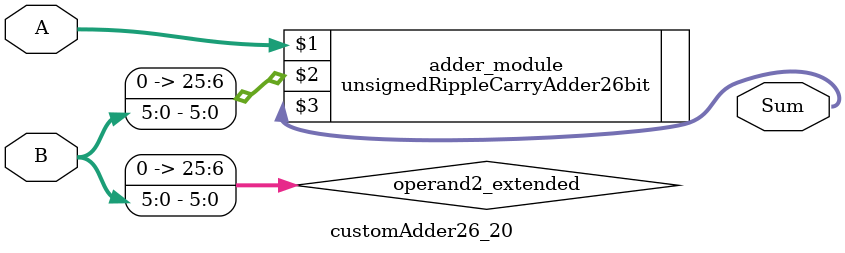
<source format=v>

module customAdder26_20(
                    input [25 : 0] A,
                    input [5 : 0] B,
                    
                    output [26 : 0] Sum
            );

    wire [25 : 0] operand2_extended;
    
    assign operand2_extended =  {20'b0, B};
    
    unsignedRippleCarryAdder26bit adder_module(
        A,
        operand2_extended,
        Sum
    );
    
endmodule
        
</source>
